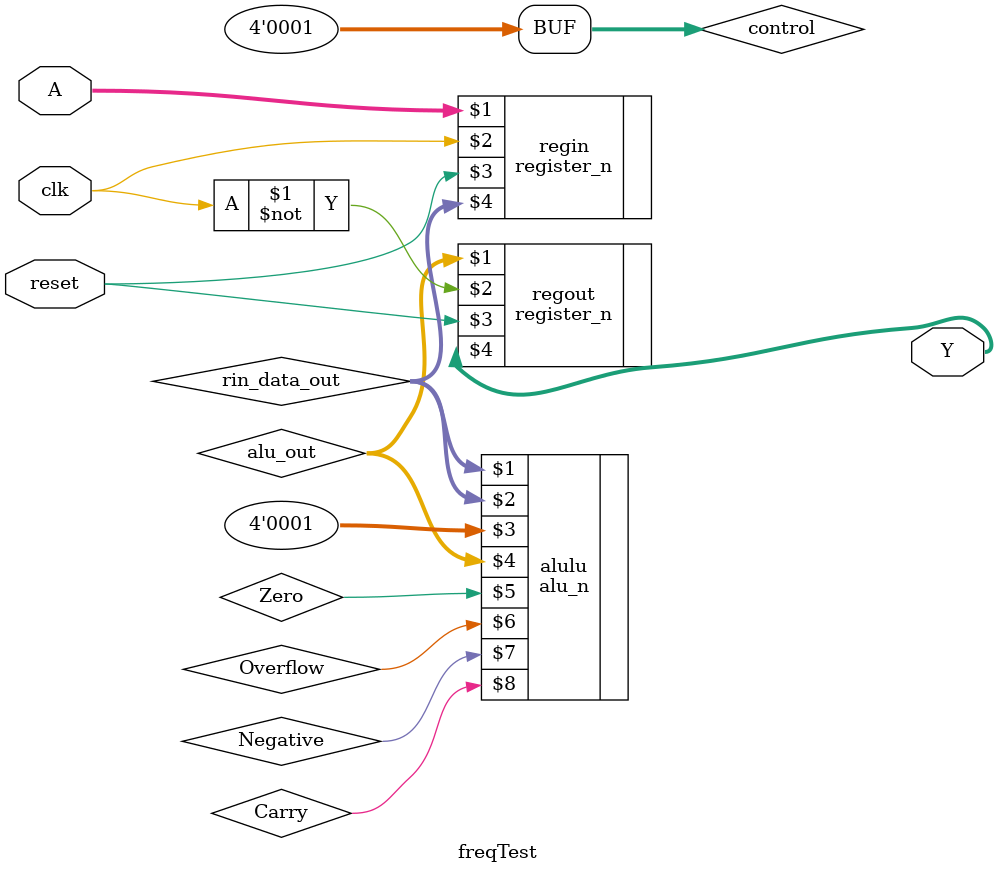
<source format=sv>
module freqTest #(parameter N=8)
(input logic[N-1:0] A,
input logic clk, reset,
output  logic [N-1:0] Y);

logic [N-1:0] datain, rin_data_out, alu_out;
logic [3:0] control;
logic Zero, Overflow, Negative, Carry;
assign control = 'b0001;

register_n #(N) regin (A,clk, reset,rin_data_out);
register_n #(N) regout (alu_out,~clk, reset,Y);
alu_n #(N) alulu (rin_data_out, rin_data_out, control,alu_out, Zero, Overflow, Negative, Carry);

endmodule

</source>
